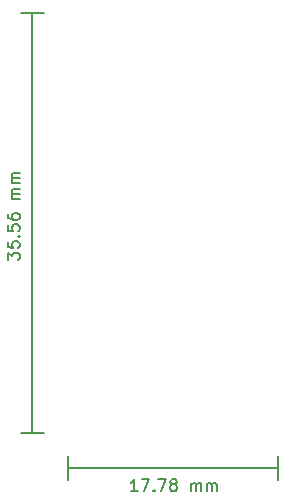
<source format=gbr>
G04 #@! TF.GenerationSoftware,KiCad,Pcbnew,5.1.9-1.fc33*
G04 #@! TF.CreationDate,2021-04-25T18:50:46+02:00*
G04 #@! TF.ProjectId,reDIP-SID,72654449-502d-4534-9944-2e6b69636164,0.2*
G04 #@! TF.SameCoordinates,PX5e28010PY8011a50*
G04 #@! TF.FileFunction,OtherDrawing,Comment*
%FSLAX46Y46*%
G04 Gerber Fmt 4.6, Leading zero omitted, Abs format (unit mm)*
G04 Created by KiCad (PCBNEW 5.1.9-1.fc33) date 2021-04-25 18:50:46*
%MOMM*%
%LPD*%
G01*
G04 APERTURE LIST*
%ADD10C,0.150000*%
G04 APERTURE END LIST*
D10*
X-5087620Y14635715D02*
X-5087620Y15254762D01*
X-4706667Y14921429D01*
X-4706667Y15064286D01*
X-4659048Y15159524D01*
X-4611429Y15207143D01*
X-4516191Y15254762D01*
X-4278096Y15254762D01*
X-4182858Y15207143D01*
X-4135239Y15159524D01*
X-4087620Y15064286D01*
X-4087620Y14778572D01*
X-4135239Y14683334D01*
X-4182858Y14635715D01*
X-5087620Y16159524D02*
X-5087620Y15683334D01*
X-4611429Y15635715D01*
X-4659048Y15683334D01*
X-4706667Y15778572D01*
X-4706667Y16016667D01*
X-4659048Y16111905D01*
X-4611429Y16159524D01*
X-4516191Y16207143D01*
X-4278096Y16207143D01*
X-4182858Y16159524D01*
X-4135239Y16111905D01*
X-4087620Y16016667D01*
X-4087620Y15778572D01*
X-4135239Y15683334D01*
X-4182858Y15635715D01*
X-4182858Y16635715D02*
X-4135239Y16683334D01*
X-4087620Y16635715D01*
X-4135239Y16588096D01*
X-4182858Y16635715D01*
X-4087620Y16635715D01*
X-5087620Y17588096D02*
X-5087620Y17111905D01*
X-4611429Y17064286D01*
X-4659048Y17111905D01*
X-4706667Y17207143D01*
X-4706667Y17445239D01*
X-4659048Y17540477D01*
X-4611429Y17588096D01*
X-4516191Y17635715D01*
X-4278096Y17635715D01*
X-4182858Y17588096D01*
X-4135239Y17540477D01*
X-4087620Y17445239D01*
X-4087620Y17207143D01*
X-4135239Y17111905D01*
X-4182858Y17064286D01*
X-5087620Y18492858D02*
X-5087620Y18302381D01*
X-5040000Y18207143D01*
X-4992381Y18159524D01*
X-4849524Y18064286D01*
X-4659048Y18016667D01*
X-4278096Y18016667D01*
X-4182858Y18064286D01*
X-4135239Y18111905D01*
X-4087620Y18207143D01*
X-4087620Y18397620D01*
X-4135239Y18492858D01*
X-4182858Y18540477D01*
X-4278096Y18588096D01*
X-4516191Y18588096D01*
X-4611429Y18540477D01*
X-4659048Y18492858D01*
X-4706667Y18397620D01*
X-4706667Y18207143D01*
X-4659048Y18111905D01*
X-4611429Y18064286D01*
X-4516191Y18016667D01*
X-4087620Y19778572D02*
X-4754286Y19778572D01*
X-4659048Y19778572D02*
X-4706667Y19826191D01*
X-4754286Y19921429D01*
X-4754286Y20064286D01*
X-4706667Y20159524D01*
X-4611429Y20207143D01*
X-4087620Y20207143D01*
X-4611429Y20207143D02*
X-4706667Y20254762D01*
X-4754286Y20350000D01*
X-4754286Y20492858D01*
X-4706667Y20588096D01*
X-4611429Y20635715D01*
X-4087620Y20635715D01*
X-4087620Y21111905D02*
X-4754286Y21111905D01*
X-4659048Y21111905D02*
X-4706667Y21159524D01*
X-4754286Y21254762D01*
X-4754286Y21397620D01*
X-4706667Y21492858D01*
X-4611429Y21540477D01*
X-4087620Y21540477D01*
X-4611429Y21540477D02*
X-4706667Y21588096D01*
X-4754286Y21683334D01*
X-4754286Y21826191D01*
X-4706667Y21921429D01*
X-4611429Y21969048D01*
X-4087620Y21969048D01*
X-2000000Y0D02*
X-4000000Y0D01*
X-2000000Y35560000D02*
X-4000000Y35560000D01*
X-3000000Y0D02*
X-3000000Y35560000D01*
X5914761Y-4942380D02*
X5343333Y-4942380D01*
X5629047Y-4942380D02*
X5629047Y-3942380D01*
X5533809Y-4085238D01*
X5438571Y-4180476D01*
X5343333Y-4228095D01*
X6248095Y-3942380D02*
X6914761Y-3942380D01*
X6486190Y-4942380D01*
X7295714Y-4847142D02*
X7343333Y-4894761D01*
X7295714Y-4942380D01*
X7248095Y-4894761D01*
X7295714Y-4847142D01*
X7295714Y-4942380D01*
X7676666Y-3942380D02*
X8343333Y-3942380D01*
X7914761Y-4942380D01*
X8867142Y-4370952D02*
X8771904Y-4323333D01*
X8724285Y-4275714D01*
X8676666Y-4180476D01*
X8676666Y-4132857D01*
X8724285Y-4037619D01*
X8771904Y-3990000D01*
X8867142Y-3942380D01*
X9057619Y-3942380D01*
X9152857Y-3990000D01*
X9200476Y-4037619D01*
X9248095Y-4132857D01*
X9248095Y-4180476D01*
X9200476Y-4275714D01*
X9152857Y-4323333D01*
X9057619Y-4370952D01*
X8867142Y-4370952D01*
X8771904Y-4418571D01*
X8724285Y-4466190D01*
X8676666Y-4561428D01*
X8676666Y-4751904D01*
X8724285Y-4847142D01*
X8771904Y-4894761D01*
X8867142Y-4942380D01*
X9057619Y-4942380D01*
X9152857Y-4894761D01*
X9200476Y-4847142D01*
X9248095Y-4751904D01*
X9248095Y-4561428D01*
X9200476Y-4466190D01*
X9152857Y-4418571D01*
X9057619Y-4370952D01*
X10438571Y-4942380D02*
X10438571Y-4275714D01*
X10438571Y-4370952D02*
X10486190Y-4323333D01*
X10581428Y-4275714D01*
X10724285Y-4275714D01*
X10819523Y-4323333D01*
X10867142Y-4418571D01*
X10867142Y-4942380D01*
X10867142Y-4418571D02*
X10914761Y-4323333D01*
X11010000Y-4275714D01*
X11152857Y-4275714D01*
X11248095Y-4323333D01*
X11295714Y-4418571D01*
X11295714Y-4942380D01*
X11771904Y-4942380D02*
X11771904Y-4275714D01*
X11771904Y-4370952D02*
X11819523Y-4323333D01*
X11914761Y-4275714D01*
X12057619Y-4275714D01*
X12152857Y-4323333D01*
X12200476Y-4418571D01*
X12200476Y-4942380D01*
X12200476Y-4418571D02*
X12248095Y-4323333D01*
X12343333Y-4275714D01*
X12486190Y-4275714D01*
X12581428Y-4323333D01*
X12629047Y-4418571D01*
X12629047Y-4942380D01*
X0Y-3000000D02*
X17780000Y-3000000D01*
X17780000Y-2000000D02*
X17780000Y-4000000D01*
X0Y-2000000D02*
X0Y-4000000D01*
M02*

</source>
